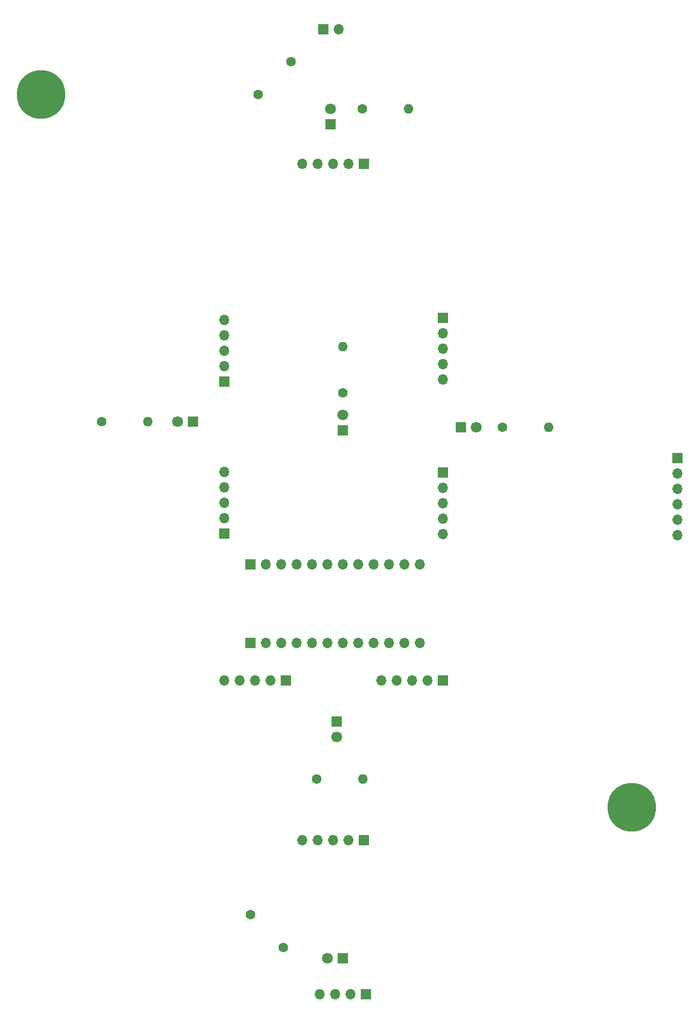
<source format=gbr>
%TF.GenerationSoftware,KiCad,Pcbnew,8.0.2*%
%TF.CreationDate,2024-05-04T16:44:52-04:00*%
%TF.ProjectId,RGBsensorBoard,52474273-656e-4736-9f72-426f6172642e,rev?*%
%TF.SameCoordinates,Original*%
%TF.FileFunction,Soldermask,Top*%
%TF.FilePolarity,Negative*%
%FSLAX46Y46*%
G04 Gerber Fmt 4.6, Leading zero omitted, Abs format (unit mm)*
G04 Created by KiCad (PCBNEW 8.0.2) date 2024-05-04 16:44:52*
%MOMM*%
%LPD*%
G01*
G04 APERTURE LIST*
G04 Aperture macros list*
%AMHorizOval*
0 Thick line with rounded ends*
0 $1 width*
0 $2 $3 position (X,Y) of the first rounded end (center of the circle)*
0 $4 $5 position (X,Y) of the second rounded end (center of the circle)*
0 Add line between two ends*
20,1,$1,$2,$3,$4,$5,0*
0 Add two circle primitives to create the rounded ends*
1,1,$1,$2,$3*
1,1,$1,$4,$5*%
G04 Aperture macros list end*
%ADD10R,1.800000X1.800000*%
%ADD11C,1.800000*%
%ADD12R,1.700000X1.700000*%
%ADD13O,1.700000X1.700000*%
%ADD14C,1.600000*%
%ADD15O,1.600000X1.600000*%
%ADD16C,8.000000*%
%ADD17C,4.400000*%
%ADD18HorizOval,1.600000X0.000000X0.000000X0.000000X0.000000X0*%
%ADD19HorizOval,1.600000X0.000000X0.000000X0.000000X0.000000X0*%
G04 APERTURE END LIST*
D10*
%TO.C,D5*%
X104800001Y-179900000D03*
D11*
X102260001Y-179900000D03*
%TD*%
D12*
%TO.C,J1*%
X121300001Y-74359999D03*
D13*
X121300001Y-76899999D03*
X121300001Y-79439998D03*
X121300001Y-81979999D03*
X121300001Y-84519999D03*
%TD*%
D14*
%TO.C,R6*%
X104800001Y-86710000D03*
D15*
X104800001Y-79090000D03*
%TD*%
D12*
%TO.C,J5*%
X95400000Y-134099999D03*
D13*
X92860000Y-134099999D03*
X90320001Y-134099999D03*
X87780000Y-134099999D03*
X85240000Y-134099999D03*
%TD*%
D12*
%TO.C,J9*%
X89600000Y-114999999D03*
D13*
X92140000Y-114999999D03*
X94679999Y-114999999D03*
X97220000Y-114999999D03*
X99760000Y-114999999D03*
X102300000Y-114999999D03*
X104840000Y-114999999D03*
X107380001Y-114999999D03*
X109920000Y-114999999D03*
X112460000Y-114999999D03*
X115000000Y-114999999D03*
X117539999Y-114999999D03*
%TD*%
D16*
%TO.C,hole*%
X152500000Y-155000000D03*
D17*
X152500000Y-155000000D03*
%TD*%
D10*
%TO.C,D6*%
X104800001Y-92900000D03*
D11*
X104800001Y-90360000D03*
%TD*%
D14*
%TO.C,R2*%
X107990001Y-39900000D03*
D15*
X115610001Y-39900000D03*
%TD*%
D12*
%TO.C,J10*%
X89600001Y-127899999D03*
D13*
X92140001Y-127899999D03*
X94680000Y-127899999D03*
X97220001Y-127899999D03*
X99760001Y-127899999D03*
X102300001Y-127899999D03*
X104840001Y-127899999D03*
X107380002Y-127899999D03*
X109920001Y-127899999D03*
X112460001Y-127899999D03*
X115000001Y-127899999D03*
X117540000Y-127899999D03*
%TD*%
D14*
%TO.C,R1*%
X100490000Y-150399999D03*
D15*
X108110000Y-150399999D03*
%TD*%
D12*
%TO.C,J4*%
X121300000Y-99779999D03*
D13*
X121300000Y-102319999D03*
X121300000Y-104859998D03*
X121300000Y-107399999D03*
X121300000Y-109939999D03*
%TD*%
D10*
%TO.C,D3*%
X124260000Y-92399999D03*
D11*
X126800000Y-92399999D03*
%TD*%
D14*
%TO.C,R3*%
X131180000Y-92399999D03*
D15*
X138800000Y-92399999D03*
%TD*%
D14*
%TO.C,R4*%
X64990001Y-91400000D03*
D15*
X72610001Y-91400000D03*
%TD*%
D12*
%TO.C,J2*%
X85270001Y-84860000D03*
D13*
X85270001Y-82320000D03*
X85270001Y-79780001D03*
X85270001Y-77240000D03*
X85270001Y-74700000D03*
%TD*%
D14*
%TO.C,R5*%
X94994078Y-178094077D03*
D18*
X89605924Y-172705923D03*
%TD*%
D10*
%TO.C,D2*%
X80075000Y-91399999D03*
D11*
X77535000Y-91399999D03*
%TD*%
D10*
%TO.C,D1*%
X103800000Y-140859999D03*
D11*
X103800000Y-143399999D03*
%TD*%
D12*
%TO.C,J3*%
X85270001Y-109900000D03*
D13*
X85270001Y-107360000D03*
X85270001Y-104820001D03*
X85270001Y-102280000D03*
X85270001Y-99740000D03*
%TD*%
D12*
%TO.C,J6*%
X121280000Y-134100000D03*
D13*
X118740000Y-134100000D03*
X116200001Y-134100000D03*
X113660000Y-134100000D03*
X111120000Y-134100000D03*
%TD*%
D12*
%TO.C,J7*%
X108300000Y-48899999D03*
D13*
X105760000Y-48899999D03*
X103220001Y-48899999D03*
X100680000Y-48899999D03*
X98140000Y-48899999D03*
%TD*%
D10*
%TO.C,D4*%
X102800001Y-42400000D03*
D11*
X102800001Y-39860000D03*
%TD*%
D12*
%TO.C,J8*%
X108300000Y-160399999D03*
D13*
X105760000Y-160399999D03*
X103220001Y-160399999D03*
X100680000Y-160399999D03*
X98140000Y-160399999D03*
%TD*%
D17*
%TO.C,hole2*%
X55000000Y-37500000D03*
D16*
X55000000Y-37500000D03*
%TD*%
D12*
%TO.C,C3*%
X108624779Y-185878444D03*
D13*
X106084779Y-185878444D03*
X103544780Y-185878444D03*
X101004779Y-185878444D03*
%TD*%
D14*
%TO.C,R6*%
X90862256Y-37470873D03*
D19*
X96250410Y-32082719D03*
%TD*%
D12*
%TO.C,C1*%
X101553711Y-26779418D03*
D13*
X104093711Y-26779418D03*
%TD*%
%TO.C,J11*%
X160000000Y-110120001D03*
X160000000Y-107580001D03*
X160000000Y-105040001D03*
X160000000Y-102500000D03*
X160000000Y-99960001D03*
D12*
X160000000Y-97420001D03*
%TD*%
M02*

</source>
